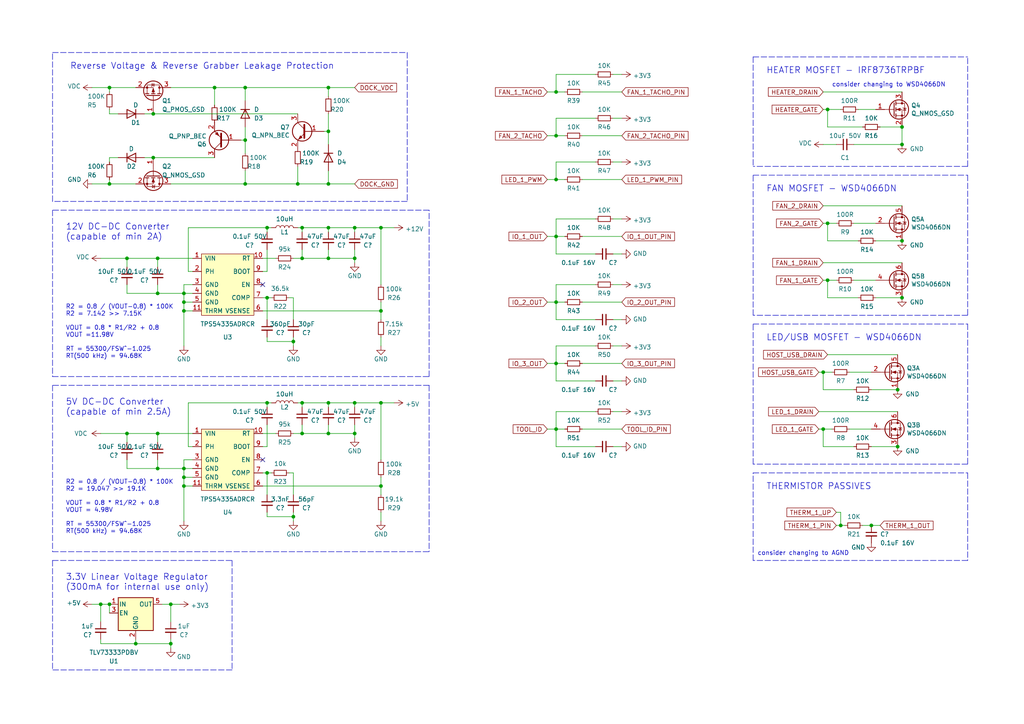
<source format=kicad_sch>
(kicad_sch (version 20231120) (generator "eeschema") (generator_version "8.0")
  (paper "A4")
  (title_block (title "Power Management & Control") (date "2021-10-17") (rev "0.0") (company "VORTAC DESIGN") (comment 1 "!! wip untested revesion !!") (comment 2 "Designed to be used with Klipper Firmware") (comment 3 "Canbus Networked Smart Tool Board") (comment 4 "-- VORTAC PCB --"))
  (junction (at 87.63 74.93))
  (junction (at 102.87 74.93))
  (junction (at 85.09 149.86))
  (junction (at 161.29 26.67))
  (junction (at 261.62 41.91))
  (junction (at 53.34 138.43))
  (junction (at 31.75 175.26))
  (junction (at 77.47 86.36))
  (junction (at 102.87 66.04))
  (junction (at 161.29 87.63))
  (junction (at 261.62 36.83))
  (junction (at 161.29 39.37))
  (junction (at 110.49 140.97))
  (junction (at 261.62 86.36))
  (junction (at 49.53 186.69))
  (junction (at 53.34 135.89))
  (junction (at 87.63 116.84))
  (junction (at 71.12 25.4))
  (junction (at 102.87 125.73))
  (junction (at 161.29 105.41))
  (junction (at 95.25 74.93))
  (junction (at 260.35 129.54))
  (junction (at 243.84 152.4))
  (junction (at 53.34 90.17))
  (junction (at 95.25 125.73))
  (junction (at 53.34 85.09))
  (junction (at 31.75 25.4))
  (junction (at 95.25 53.34))
  (junction (at 95.25 38.1))
  (junction (at 161.29 68.58))
  (junction (at 161.29 124.46))
  (junction (at 87.63 125.73))
  (junction (at 44.45 45.72))
  (junction (at 44.45 33.02))
  (junction (at 260.35 113.03))
  (junction (at 240.03 81.28))
  (junction (at 261.62 69.85))
  (junction (at 29.21 175.26))
  (junction (at 238.76 124.46))
  (junction (at 110.49 116.84))
  (junction (at 36.83 74.93))
  (junction (at 95.25 66.04))
  (junction (at 110.49 66.04))
  (junction (at 49.53 175.26))
  (junction (at 39.37 186.69))
  (junction (at 45.72 74.93))
  (junction (at 36.83 125.73))
  (junction (at 45.72 125.73))
  (junction (at 240.03 64.77))
  (junction (at 95.25 25.4))
  (junction (at 53.34 87.63))
  (junction (at 110.49 90.17))
  (junction (at 85.09 99.06))
  (junction (at 102.87 116.84))
  (junction (at 87.63 66.04))
  (junction (at 77.47 116.84))
  (junction (at 238.76 107.95))
  (junction (at 86.36 53.34))
  (junction (at 45.72 135.89))
  (junction (at 71.12 40.64))
  (junction (at 62.23 25.4))
  (junction (at 77.47 137.16))
  (junction (at 31.75 53.34))
  (junction (at 161.29 52.07))
  (junction (at 252.73 152.4))
  (junction (at 71.12 53.34))
  (junction (at 53.34 140.97))
  (junction (at 240.03 31.75))
  (junction (at 95.25 116.84))
  (junction (at 45.72 85.09))
  (junction (at 77.47 66.04))
  (no_connect (at 76.2 133.35))
  (no_connect (at 76.2 82.55))
  (wire (pts (xy 237.49 107.95) (xy 238.76 107.95)))
  (wire (pts (xy 77.47 66.04) (xy 78.74 66.04)))
  (wire (pts (xy 31.75 26.67) (xy 31.75 25.4)))
  (wire (pts (xy 31.75 31.75) (xy 31.75 33.02)))
  (wire (pts (xy 161.29 87.63) (xy 161.29 92.71)))
  (wire (pts (xy 177.8 63.5) (xy 180.34 63.5)))
  (wire (pts (xy 240.03 31.75) (xy 240.03 36.83)))
  (wire (pts (xy 29.21 186.69) (xy 39.37 186.69)))
  (wire (pts (xy 45.72 128.27) (xy 45.72 125.73)))
  (wire (pts (xy 83.82 86.36) (xy 85.09 86.36)))
  (wire (pts (xy 110.49 143.51) (xy 110.49 140.97)))
  (wire (pts (xy 29.21 185.42) (xy 29.21 186.69)))
  (polyline (pts (xy 15.24 58.42) (xy 15.24 15.24)) (stroke (width 0) (type dash)))
  (polyline (pts (xy 15.24 15.24) (xy 118.11 15.24)) (stroke (width 0) (type dash)))
  (wire (pts (xy 161.29 124.46) (xy 158.75 124.46)))
  (wire (pts (xy 86.36 66.04) (xy 87.63 66.04)))
  (wire (pts (xy 53.34 140.97) (xy 53.34 138.43)))
  (polyline (pts (xy 218.44 137.16) (xy 280.67 137.16)) (stroke (width 0) (type dash)))
  (wire (pts (xy 45.72 82.55) (xy 45.72 85.09)))
  (wire (pts (xy 95.25 125.73) (xy 95.25 123.19)))
  (wire (pts (xy 238.76 129.54) (xy 238.76 124.46)))
  (wire (pts (xy 161.29 39.37) (xy 163.83 39.37)))
  (wire (pts (xy 177.8 34.29) (xy 180.34 34.29)))
  (wire (pts (xy 93.98 38.1) (xy 95.25 38.1)))
  (wire (pts (xy 177.8 21.59) (xy 180.34 21.59)))
  (wire (pts (xy 36.83 128.27) (xy 36.83 125.73)))
  (wire (pts (xy 34.29 45.72) (xy 31.75 45.72)))
  (wire (pts (xy 102.87 76.2) (xy 102.87 74.93)))
  (wire (pts (xy 31.75 53.34) (xy 39.37 53.34)))
  (wire (pts (xy 177.8 100.33) (xy 180.34 100.33)))
  (wire (pts (xy 243.84 148.59) (xy 242.57 148.59)))
  (wire (pts (xy 55.88 138.43) (xy 53.34 138.43)))
  (wire (pts (xy 77.47 116.84) (xy 78.74 116.84)))
  (wire (pts (xy 85.09 137.16) (xy 85.09 143.51)))
  (wire (pts (xy 110.49 151.13) (xy 110.49 148.59)))
  (wire (pts (xy 55.88 140.97) (xy 53.34 140.97)))
  (wire (pts (xy 240.03 69.85) (xy 248.92 69.85)))
  (wire (pts (xy 53.34 90.17) (xy 53.34 87.63)))
  (wire (pts (xy 45.72 85.09) (xy 53.34 85.09)))
  (wire (pts (xy 247.65 81.28) (xy 254 81.28)))
  (wire (pts (xy 77.47 86.36) (xy 77.47 92.71)))
  (polyline (pts (xy 118.11 58.42) (xy 15.24 58.42)) (stroke (width 0) (type dash)))
  (wire (pts (xy 102.87 66.04) (xy 110.49 66.04)))
  (wire (pts (xy 110.49 116.84) (xy 110.49 133.35)))
  (wire (pts (xy 71.12 53.34) (xy 86.36 53.34)))
  (wire (pts (xy 177.8 46.99) (xy 180.34 46.99)))
  (wire (pts (xy 161.29 87.63) (xy 158.75 87.63)))
  (wire (pts (xy 36.83 135.89) (xy 45.72 135.89)))
  (wire (pts (xy 77.47 148.59) (xy 77.47 149.86)))
  (wire (pts (xy 102.87 66.04) (xy 102.87 67.31)))
  (wire (pts (xy 53.34 90.17) (xy 53.34 100.33)))
  (wire (pts (xy 240.03 36.83) (xy 250.19 36.83)))
  (wire (pts (xy 49.53 186.69) (xy 49.53 185.42)))
  (polyline (pts (xy 15.24 160.02) (xy 124.46 160.02)) (stroke (width 0) (type dash)))
  (wire (pts (xy 54.61 129.54) (xy 55.88 129.54)))
  (wire (pts (xy 102.87 123.19) (xy 102.87 125.73)))
  (wire (pts (xy 76.2 129.54) (xy 77.47 129.54)))
  (wire (pts (xy 161.29 39.37) (xy 158.75 39.37)))
  (wire (pts (xy 161.29 21.59) (xy 161.29 26.67)))
  (wire (pts (xy 45.72 133.35) (xy 45.72 135.89)))
  (wire (pts (xy 77.47 97.79) (xy 77.47 99.06)))
  (wire (pts (xy 110.49 100.33) (xy 110.49 97.79)))
  (polyline (pts (xy 218.44 134.62) (xy 218.44 93.98)) (stroke (width 0) (type dash)))
  (wire (pts (xy 177.8 119.38) (xy 180.34 119.38)))
  (wire (pts (xy 240.03 64.77) (xy 242.57 64.77)))
  (wire (pts (xy 247.65 41.91) (xy 261.62 41.91)))
  (wire (pts (xy 87.63 67.31) (xy 87.63 66.04)))
  (wire (pts (xy 95.25 116.84) (xy 102.87 116.84)))
  (wire (pts (xy 39.37 186.69) (xy 49.53 186.69)))
  (wire (pts (xy 238.76 59.69) (xy 261.62 59.69)))
  (wire (pts (xy 95.25 25.4) (xy 102.87 25.4)))
  (wire (pts (xy 71.12 25.4) (xy 95.25 25.4)))
  (wire (pts (xy 31.75 53.34) (xy 26.67 53.34)))
  (wire (pts (xy 62.23 25.4) (xy 71.12 25.4)))
  (wire (pts (xy 87.63 74.93) (xy 95.25 74.93)))
  (wire (pts (xy 53.34 133.35) (xy 55.88 133.35)))
  (polyline (pts (xy 280.67 93.98) (xy 280.67 134.62)) (stroke (width 0) (type dash)))
  (wire (pts (xy 161.29 129.54) (xy 172.72 129.54)))
  (wire (pts (xy 36.83 74.93) (xy 45.72 74.93)))
  (wire (pts (xy 29.21 125.73) (xy 36.83 125.73)))
  (wire (pts (xy 168.91 105.41) (xy 180.34 105.41)))
  (wire (pts (xy 161.29 119.38) (xy 172.72 119.38)))
  (wire (pts (xy 168.91 87.63) (xy 180.34 87.63)))
  (wire (pts (xy 246.38 107.95) (xy 252.73 107.95)))
  (wire (pts (xy 85.09 74.93) (xy 87.63 74.93)))
  (wire (pts (xy 252.73 129.54) (xy 260.35 129.54)))
  (wire (pts (xy 45.72 135.89) (xy 53.34 135.89)))
  (wire (pts (xy 161.29 124.46) (xy 161.29 129.54)))
  (wire (pts (xy 161.29 92.71) (xy 172.72 92.71)))
  (wire (pts (xy 36.83 133.35) (xy 36.83 135.89)))
  (wire (pts (xy 161.29 63.5) (xy 172.72 63.5)))
  (wire (pts (xy 36.83 125.73) (xy 45.72 125.73)))
  (polyline (pts (xy 280.67 162.56) (xy 218.44 162.56)) (stroke (width 0) (type dash)))
  (wire (pts (xy 85.09 86.36) (xy 85.09 92.71)))
  (wire (pts (xy 238.76 64.77) (xy 240.03 64.77)))
  (wire (pts (xy 76.2 90.17) (xy 110.49 90.17)))
  (wire (pts (xy 71.12 40.64) (xy 71.12 44.45)))
  (wire (pts (xy 87.63 72.39) (xy 87.63 74.93)))
  (polyline (pts (xy 218.44 50.8) (xy 280.67 50.8)) (stroke (width 0) (type dash)))
  (wire (pts (xy 168.91 124.46) (xy 180.34 124.46)))
  (polyline (pts (xy 67.31 194.31) (xy 15.24 194.31)) (stroke (width 0) (type dash)))
  (wire (pts (xy 54.61 129.54) (xy 54.61 116.84)))
  (wire (pts (xy 161.29 68.58) (xy 161.29 73.66)))
  (wire (pts (xy 86.36 53.34) (xy 95.25 53.34)))
  (wire (pts (xy 161.29 100.33) (xy 161.29 105.41)))
  (wire (pts (xy 69.85 40.64) (xy 71.12 40.64)))
  (wire (pts (xy 161.29 26.67) (xy 163.83 26.67)))
  (wire (pts (xy 161.29 100.33) (xy 172.72 100.33)))
  (wire (pts (xy 240.03 64.77) (xy 240.03 69.85)))
  (wire (pts (xy 45.72 77.47) (xy 45.72 74.93)))
  (polyline (pts (xy 280.67 137.16) (xy 280.67 162.56)) (stroke (width 0) (type dash)))
  (wire (pts (xy 83.82 137.16) (xy 85.09 137.16)))
  (wire (pts (xy 71.12 29.21) (xy 71.12 25.4)))
  (wire (pts (xy 36.83 85.09) (xy 45.72 85.09)))
  (wire (pts (xy 161.29 52.07) (xy 163.83 52.07)))
  (wire (pts (xy 53.34 82.55) (xy 55.88 82.55)))
  (wire (pts (xy 45.72 74.93) (xy 55.88 74.93)))
  (wire (pts (xy 55.88 85.09) (xy 53.34 85.09)))
  (wire (pts (xy 45.72 125.73) (xy 55.88 125.73)))
  (wire (pts (xy 243.84 152.4) (xy 243.84 148.59)))
  (wire (pts (xy 76.2 74.93) (xy 80.01 74.93)))
  (wire (pts (xy 77.47 78.74) (xy 77.47 72.39)))
  (wire (pts (xy 161.29 52.07) (xy 158.75 52.07)))
  (wire (pts (xy 177.8 82.55) (xy 180.34 82.55)))
  (wire (pts (xy 110.49 66.04) (xy 110.49 82.55)))
  (polyline (pts (xy 218.44 93.98) (xy 280.67 93.98)) (stroke (width 0) (type dash)))
  (wire (pts (xy 31.75 33.02) (xy 34.29 33.02)))
  (polyline (pts (xy 218.44 16.51) (xy 218.44 48.26)) (stroke (width 0) (type dash)))
  (wire (pts (xy 260.35 113.03) (xy 252.73 113.03)))
  (wire (pts (xy 36.83 77.47) (xy 36.83 74.93)))
  (wire (pts (xy 26.67 175.26) (xy 29.21 175.26)))
  (polyline (pts (xy 218.44 16.51) (xy 280.67 16.51)) (stroke (width 0) (type dash)))
  (wire (pts (xy 240.03 86.36) (xy 240.03 81.28)))
  (wire (pts (xy 161.29 68.58) (xy 158.75 68.58)))
  (wire (pts (xy 248.92 86.36) (xy 240.03 86.36)))
  (wire (pts (xy 77.47 118.11) (xy 77.47 116.84)))
  (wire (pts (xy 86.36 116.84) (xy 87.63 116.84)))
  (polyline (pts (xy 124.46 111.76) (xy 124.46 160.02)) (stroke (width 0) (type dash)))
  (wire (pts (xy 110.49 140.97) (xy 110.49 138.43)))
  (wire (pts (xy 161.29 26.67) (xy 158.75 26.67)))
  (wire (pts (xy 247.65 129.54) (xy 238.76 129.54)))
  (polyline (pts (xy 15.24 162.56) (xy 67.31 162.56)) (stroke (width 0) (type dash)))
  (wire (pts (xy 237.49 119.38) (xy 260.35 119.38)))
  (wire (pts (xy 238.76 81.28) (xy 240.03 81.28)))
  (wire (pts (xy 49.53 186.69) (xy 49.53 187.96)))
  (wire (pts (xy 161.29 110.49) (xy 172.72 110.49)))
  (polyline (pts (xy 15.24 60.96) (xy 15.24 109.22)) (stroke (width 0) (type dash)))
  (polyline (pts (xy 124.46 109.22) (xy 124.46 60.96)) (stroke (width 0) (type dash)))
  (wire (pts (xy 76.2 137.16) (xy 77.47 137.16)))
  (wire (pts (xy 44.45 33.02) (xy 86.36 33.02)))
  (wire (pts (xy 110.49 92.71) (xy 110.49 90.17)))
  (wire (pts (xy 53.34 135.89) (xy 53.34 133.35)))
  (wire (pts (xy 242.57 152.4) (xy 243.84 152.4)))
  (wire (pts (xy 238.76 124.46) (xy 241.3 124.46)))
  (polyline (pts (xy 15.24 109.22) (xy 124.46 109.22)) (stroke (width 0) (type dash)))
  (wire (pts (xy 87.63 66.04) (xy 95.25 66.04)))
  (wire (pts (xy 41.91 45.72) (xy 44.45 45.72)))
  (wire (pts (xy 41.91 33.02) (xy 44.45 33.02)))
  (wire (pts (xy 177.8 92.71) (xy 180.34 92.71)))
  (polyline (pts (xy 124.46 60.96) (xy 15.24 60.96)) (stroke (width 0) (type dash)))
  (wire (pts (xy 161.29 119.38) (xy 161.29 124.46)))
  (wire (pts (xy 102.87 127) (xy 102.87 125.73)))
  (wire (pts (xy 161.29 105.41) (xy 158.75 105.41)))
  (wire (pts (xy 250.19 152.4) (xy 252.73 152.4)))
  (wire (pts (xy 53.34 138.43) (xy 53.34 135.89)))
  (wire (pts (xy 102.87 116.84) (xy 110.49 116.84)))
  (wire (pts (xy 62.23 25.4) (xy 62.23 30.48)))
  (wire (pts (xy 49.53 53.34) (xy 71.12 53.34)))
  (wire (pts (xy 87.63 116.84) (xy 95.25 116.84)))
  (wire (pts (xy 240.03 102.87) (xy 260.35 102.87)))
  (wire (pts (xy 110.49 90.17) (xy 110.49 87.63)))
  (wire (pts (xy 255.27 152.4) (xy 252.73 152.4)))
  (wire (pts (xy 177.8 129.54) (xy 180.34 129.54)))
  (wire (pts (xy 247.65 64.77) (xy 254 64.77)))
  (wire (pts (xy 31.75 25.4) (xy 26.67 25.4)))
  (wire (pts (xy 95.25 53.34) (xy 102.87 53.34)))
  (polyline (pts (xy 67.31 162.56) (xy 67.31 194.31)) (stroke (width 0) (type dash)))
  (polyline (pts (xy 218.44 162.56) (xy 218.44 137.16)) (stroke (width 0) (type dash)))
  (wire (pts (xy 248.92 31.75) (xy 254 31.75)))
  (wire (pts (xy 85.09 151.13) (xy 85.09 149.86)))
  (wire (pts (xy 55.88 135.89) (xy 53.34 135.89)))
  (wire (pts (xy 161.29 63.5) (xy 161.29 68.58)))
  (wire (pts (xy 95.25 66.04) (xy 102.87 66.04)))
  (wire (pts (xy 87.63 125.73) (xy 95.25 125.73)))
  (wire (pts (xy 53.34 140.97) (xy 53.34 151.13)))
  (wire (pts (xy 95.25 38.1) (xy 95.25 41.91)))
  (wire (pts (xy 85.09 148.59) (xy 85.09 149.86)))
  (wire (pts (xy 246.38 124.46) (xy 252.73 124.46)))
  (wire (pts (xy 76.2 125.73) (xy 80.01 125.73)))
  (wire (pts (xy 53.34 85.09) (xy 53.34 82.55)))
  (polyline (pts (xy 280.67 134.62) (xy 218.44 134.62)) (stroke (width 0) (type dash)))
  (wire (pts (xy 76.2 140.97) (xy 110.49 140.97)))
  (polyline (pts (xy 280.67 48.26) (xy 280.67 16.51)) (stroke (width 0) (type dash)))
  (wire (pts (xy 49.53 175.26) (xy 52.07 175.26)))
  (wire (pts (xy 161.29 82.55) (xy 172.72 82.55)))
  (wire (pts (xy 29.21 175.26) (xy 31.75 175.26)))
  (wire (pts (xy 261.62 69.85) (xy 254 69.85)))
  (wire (pts (xy 261.62 36.83) (xy 261.62 41.91)))
  (wire (pts (xy 161.29 82.55) (xy 161.29 87.63)))
  (wire (pts (xy 39.37 186.69) (xy 39.37 185.42)))
  (wire (pts (xy 54.61 78.74) (xy 55.88 78.74)))
  (wire (pts (xy 237.49 124.46) (xy 238.76 124.46)))
  (wire (pts (xy 161.29 87.63) (xy 163.83 87.63)))
  (wire (pts (xy 110.49 66.04) (xy 114.3 66.04)))
  (wire (pts (xy 161.29 46.99) (xy 172.72 46.99)))
  (wire (pts (xy 240.03 81.28) (xy 242.57 81.28)))
  (wire (pts (xy 86.36 48.26) (xy 86.36 53.34)))
  (wire (pts (xy 102.87 72.39) (xy 102.87 74.93)))
  (wire (pts (xy 102.87 74.93) (xy 95.25 74.93)))
  (wire (pts (xy 95.25 118.11) (xy 95.25 116.84)))
  (wire (pts (xy 238.76 26.67) (xy 261.62 26.67)))
  (wire (pts (xy 76.2 86.36) (xy 77.47 86.36)))
  (wire (pts (xy 71.12 49.53) (xy 71.12 53.34)))
  (wire (pts (xy 77.47 137.16) (xy 78.74 137.16)))
  (wire (pts (xy 77.47 86.36) (xy 78.74 86.36)))
  (wire (pts (xy 255.27 36.83) (xy 261.62 36.83)))
  (wire (pts (xy 161.29 105.41) (xy 161.29 110.49)))
  (wire (pts (xy 102.87 125.73) (xy 95.25 125.73)))
  (wire (pts (xy 71.12 36.83) (xy 71.12 40.64)))
  (wire (pts (xy 29.21 74.93) (xy 36.83 74.93)))
  (wire (pts (xy 238.76 107.95) (xy 241.3 107.95)))
  (wire (pts (xy 31.75 25.4) (xy 39.37 25.4)))
  (wire (pts (xy 161.29 124.46) (xy 163.83 124.46)))
  (wire (pts (xy 77.47 66.04) (xy 54.61 66.04)))
  (wire (pts (xy 87.63 118.11) (xy 87.63 116.84)))
  (wire (pts (xy 254 86.36) (xy 261.62 86.36)))
  (wire (pts (xy 238.76 107.95) (xy 238.76 113.03)))
  (polyline (pts (xy 218.44 91.44) (xy 218.44 50.8)) (stroke (width 0) (type dash)))
  (wire (pts (xy 55.88 87.63) (xy 53.34 87.63)))
  (wire (pts (xy 168.91 68.58) (xy 180.34 68.58)))
  (wire (pts (xy 95.25 49.53) (xy 95.25 53.34)))
  (wire (pts (xy 54.61 78.74) (xy 54.61 66.04)))
  (wire (pts (xy 49.53 25.4) (xy 62.23 25.4)))
  (wire (pts (xy 168.91 52.07) (xy 180.34 52.07)))
  (wire (pts (xy 77.47 149.86) (xy 85.09 149.86)))
  (wire (pts (xy 49.53 175.26) (xy 49.53 180.34)))
  (wire (pts (xy 31.75 177.8) (xy 31.75 175.26)))
  (wire (pts (xy 238.76 31.75) (xy 240.03 31.75)))
  (wire (pts (xy 85.09 100.33) (xy 85.09 99.06)))
  (polyline (pts (xy 124.46 111.76) (xy 15.24 111.76)) (stroke (width 0) (type dash)))
  (wire (pts (xy 161.29 34.29) (xy 161.29 39.37)))
  (wire (pts (xy 110.49 116.84) (xy 114.3 116.84)))
  (wire (pts (xy 161.29 68.58) (xy 163.83 68.58)))
  (wire (pts (xy 161.29 34.29) (xy 172.72 34.29)))
  (polyline (pts (xy 280.67 91.44) (xy 218.44 91.44)) (stroke (width 0) (type dash)))
  (wire (pts (xy 31.75 45.72) (xy 31.75 46.99)))
  (wire (pts (xy 168.91 39.37) (xy 180.34 39.37)))
  (wire (pts (xy 95.25 74.93) (xy 95.25 72.39)))
  (wire (pts (xy 238.76 41.91) (xy 242.57 41.91)))
  (wire (pts (xy 161.29 73.66) (xy 172.72 73.66)))
  (wire (pts (xy 85.09 97.79) (xy 85.09 99.06)))
  (wire (pts (xy 46.99 175.26) (xy 49.53 175.26)))
  (wire (pts (xy 238.76 76.2) (xy 261.62 76.2)))
  (wire (pts (xy 55.88 90.17) (xy 53.34 90.17)))
  (wire (pts (xy 53.34 87.63) (xy 53.34 85.09)))
  (wire (pts (xy 95.25 33.02) (xy 95.25 38.1)))
  (wire (pts (xy 31.75 52.07) (xy 31.75 53.34)))
  (polyline (pts (xy 15.24 162.56) (xy 15.24 194.31)) (stroke (width 0) (type dash)))
  (wire (pts (xy 77.47 129.54) (xy 77.47 123.19)))
  (wire (pts (xy 168.91 26.67) (xy 180.34 26.67)))
  (wire (pts (xy 62.23 45.72) (xy 44.45 45.72)))
  (wire (pts (xy 85.09 125.73) (xy 87.63 125.73)))
  (wire (pts (xy 87.63 123.19) (xy 87.63 125.73)))
  (wire (pts (xy 95.25 27.94) (xy 95.25 25.4)))
  (wire (pts (xy 102.87 118.11) (xy 102.87 116.84)))
  (wire (pts (xy 76.2 78.74) (xy 77.47 78.74)))
  (wire (pts (xy 77.47 67.31) (xy 77.47 66.04)))
  (polyline (pts (xy 15.24 111.76) (xy 15.24 160.02)) (stroke (width 0) (type dash)))
  (polyline (pts (xy 280.67 48.26) (xy 218.44 48.26)) (stroke (width 0) (type dash)))
  (wire (pts (xy 161.29 21.59) (xy 172.72 21.59)))
  (wire (pts (xy 77.47 99.06) (xy 85.09 99.06)))
  (wire (pts (xy 77.47 116.84) (xy 54.61 116.84)))
  (wire (pts (xy 177.8 110.49) (xy 180.34 110.49)))
  (wire (pts (xy 177.8 73.66) (xy 180.34 73.66)))
  (wire (pts (xy 240.03 31.75) (xy 243.84 31.75)))
  (wire (pts (xy 243.84 152.4) (xy 245.11 152.4)))
  (wire (pts (xy 77.47 137.16) (xy 77.47 143.51)))
  (wire (pts (xy 238.76 113.03) (xy 247.65 113.03)))
  (wire (pts (xy 29.21 175.26) (xy 29.21 180.34)))
  (polyline (pts (xy 118.11 15.24) (xy 118.11 58.42)) (stroke (width 0) (type dash)))
  (wire (pts (xy 95.25 67.31) (xy 95.25 66.04)))
  (wire (pts (xy 161.29 46.99) (xy 161.29 52.07)))
  (polyline (pts (xy 280.67 50.8) (xy 280.67 91.44)) (stroke (width 0) (type dash)))
  (wire (pts (xy 161.29 105.41) (xy 163.83 105.41)))
  (wire (pts (xy 36.83 82.55) (xy 36.83 85.09)))
  (text "THERMISTOR PASSIVES" (at 222.25 142.24 0) (effects (font (size 1.8034 1.8034)) (justify left bottom)))
  (text "12V DC-DC Converter\n(capable of min 2A)" (at 19.05 69.85 0) (effects (font (size 1.8034 1.8034)) (justify left bottom)))
  (text "Reverse Voltage & Reverse Grabber Leakage Protection" (at 20.32 20.32 0) (effects (font (size 1.8034 1.8034)) (justify left bottom)))
  (text "R2 = 0.8 / (VOUT-0.8) * 100K\nR2 = 7.142 >> 7.15K\n\nVOUT = 0.8 * R1/R2 + 0.8\nVOUT =11.98V\n\nRT = 55300/FSW^-1.025\nRT(500 kHz) = 94.68K" (at 19.05 104.14 0) (effects (font (size 1.27 1.27)) (justify left bottom)))
  (text "R2 = 0.8 / (VOUT-0.8) * 100K\nR2 = 19.047 >> 19.1K\n\nVOUT = 0.8 * R1/R2 + 0.8\nVOUT = 4.98V\n\nRT = 55300/FSW^-1.025\nRT(500 kHz) = 94.68K" (at 19.05 154.94 0) (effects (font (size 1.27 1.27)) (justify left bottom)))
  (text "5V DC-DC Converter\n(capable of min 2.5A)" (at 19.05 120.65 0) (effects (font (size 1.8034 1.8034)) (justify left bottom)))
  (text "LED/USB MOSFET - WSD4066DN" (at 222.25 99.06 0) (effects (font (size 1.8034 1.8034)) (justify left bottom)))
  (text "3.3V Linear Voltage Regulator\n(300mA for internal use only)" (at 19.05 171.45 0) (effects (font (size 1.8034 1.8034)) (justify left bottom)))
  (text "consider changing to AGND" (at 219.71 161.29 0) (effects (font (size 1.27 1.27)) (justify left bottom)))
  (text "FAN MOSFET - WSD4066DN" (at 222.25 55.88 0) (effects (font (size 1.8034 1.8034)) (justify left bottom)))
  (text "consider changing to WSD4066DN" (at 241.3 25.4 0) (effects (font (size 1.27 1.27)) (justify left bottom)))
  (text "HEATER MOSFET - IRF8736TRPBF" (at 222.25 21.59 0) (effects (font (size 1.8034 1.8034)) (justify left bottom)))
  (global_label "THERM_1_PIN" (shape input) (at 242.57 152.4 180) (property "Intersheetrefs" "${INTERSHEET_REFS}" (effects (hide yes))))
  (global_label "IO_1_OUT_PIN" (shape input) (at 180.34 68.58 0) (property "Intersheetrefs" "${INTERSHEET_REFS}" (effects (hide yes))))
  (global_label "TOOL_ID_PIN" (shape input) (at 180.34 124.46 0) (property "Intersheetrefs" "${INTERSHEET_REFS}" (effects (hide yes))))
  (global_label "FAN_2_TACHO" (shape input) (at 158.75 39.37 180) (property "Intersheetrefs" "${INTERSHEET_REFS}" (effects (hide yes))))
  (global_label "FAN_2_DRAIN" (shape input) (at 238.76 59.69 180) (property "Intersheetrefs" "${INTERSHEET_REFS}" (effects (hide yes))))
  (global_label "LED_1_GATE" (shape input) (at 237.49 124.46 180) (property "Intersheetrefs" "${INTERSHEET_REFS}" (effects (hide yes))))
  (global_label "LED_1_PWM" (shape input) (at 158.75 52.07 180) (property "Intersheetrefs" "${INTERSHEET_REFS}" (effects (hide yes))))
  (global_label "HOST_USB_DRAIN" (shape input) (at 240.03 102.87 180) (property "Intersheetrefs" "${INTERSHEET_REFS}" (effects (hide yes))))
  (global_label "IO_2_OUT_PIN" (shape input) (at 180.34 87.63 0) (property "Intersheetrefs" "${INTERSHEET_REFS}" (effects (hide yes))))
  (global_label "DOCK_GND" (shape input) (at 102.87 53.34 0) (property "Intersheetrefs" "${INTERSHEET_REFS}" (effects (hide yes))))
  (global_label "IO_3_OUT_PIN" (shape input) (at 180.34 105.41 0) (property "Intersheetrefs" "${INTERSHEET_REFS}" (effects (hide yes))))
  (global_label "THERM_1_UP" (shape input) (at 242.57 148.59 180) (property "Intersheetrefs" "${INTERSHEET_REFS}" (effects (hide yes))))
  (global_label "FAN_1_DRAIN" (shape input) (at 238.76 76.2 180) (property "Intersheetrefs" "${INTERSHEET_REFS}" (effects (hide yes))))
  (global_label "LED_1_PWM_PIN" (shape input) (at 180.34 52.07 0) (property "Intersheetrefs" "${INTERSHEET_REFS}" (effects (hide yes))))
  (global_label "FAN_2_TACHO_PIN" (shape input) (at 180.34 39.37 0) (property "Intersheetrefs" "${INTERSHEET_REFS}" (effects (hide yes))))
  (global_label "TOOL_ID" (shape input) (at 158.75 124.46 180) (property "Intersheetrefs" "${INTERSHEET_REFS}" (effects (hide yes))))
  (global_label "FAN_1_TACHO_PIN" (shape input) (at 180.34 26.67 0) (property "Intersheetrefs" "${INTERSHEET_REFS}" (effects (hide yes))))
  (global_label "HEATER_GATE" (shape input) (at 238.76 31.75 180) (property "Intersheetrefs" "${INTERSHEET_REFS}" (effects (hide yes))))
  (global_label "IO_2_OUT" (shape input) (at 158.75 87.63 180) (property "Intersheetrefs" "${INTERSHEET_REFS}" (effects (hide yes))))
  (global_label "HEATER_DRAIN" (shape input) (at 238.76 26.67 180) (property "Intersheetrefs" "${INTERSHEET_REFS}" (effects (hide yes))))
  (global_label "FAN_2_GATE" (shape input) (at 238.76 64.77 180) (property "Intersheetrefs" "${INTERSHEET_REFS}" (effects (hide yes))))
  (global_label "DOCK_VDC" (shape input) (at 102.87 25.4 0) (property "Intersheetrefs" "${INTERSHEET_REFS}" (effects (hide yes))))
  (global_label "THERM_1_OUT" (shape input) (at 255.27 152.4 0) (property "Intersheetrefs" "${INTERSHEET_REFS}" (effects (hide yes))))
  (global_label "LED_1_DRAIN" (shape input) (at 237.49 119.38 180) (property "Intersheetrefs" "${INTERSHEET_REFS}" (effects (hide yes))))
  (global_label "FAN_1_GATE" (shape input) (at 238.76 81.28 180) (property "Intersheetrefs" "${INTERSHEET_REFS}" (effects (hide yes))))
  (global_label "IO_1_OUT" (shape input) (at 158.75 68.58 180) (property "Intersheetrefs" "${INTERSHEET_REFS}" (effects (hide yes))))
  (global_label "FAN_1_TACHO" (shape input) (at 158.75 26.67 180) (property "Intersheetrefs" "${INTERSHEET_REFS}" (effects (hide yes))))
  (global_label "HOST_USB_GATE" (shape input) (at 237.49 107.95 180) (property "Intersheetrefs" "${INTERSHEET_REFS}" (effects (hide yes))))
  (global_label "IO_3_OUT" (shape input) (at 158.75 105.41 180) (property "Intersheetrefs" "${INTERSHEET_REFS}" (effects (hide yes))))
  (symbol (lib_id "Device:R_Small") (at 245.11 64.77 270) (unit 1)
    (property "Reference" "R9" (at 245.11 67.31 90))
    (property "Value" "100R" (at 245.11 62.23 90))
    (property "Footprint" "Resistor_SMD:R_0402_1005Metric" (effects (hide yes)))
  )
  (symbol (lib_id "Device:R_Small") (at 251.46 69.85 270) (unit 1)
    (property "Reference" "R14" (at 251.46 72.39 90))
    (property "Value" "10K" (at 251.46 67.31 90))
    (property "Footprint" "Resistor_SMD:R_0402_1005Metric" (effects (hide yes)))
  )
  (symbol (lib_id "VORTAC-rescue:GND-power") (at 261.62 69.85 0) (unit 1)
    (property "Reference" "#PWR014" (effects (hide yes)))
    (property "Value" "GND" (at 267.97 71.12 0) (effects (justify right)))
  )
  (symbol (lib_id "ToolChanger:WSD4066DN") (at 259.08 64.77 0) (unit 1)
    (property "Reference" "Q5" (at 264.2616 63.6016 0) (effects (justify left)))
    (property "Value" "WSD4066DN" (at 264.2616 65.913 0) (effects (justify left)))
    (property "Footprint" "ToolChanger:WSD4066DN_ThermalPad" (effects (hide yes)))
    (property "Datasheet" "https://www.lcsc.com/product-detail/MOSFETs_Winsok-Semicon-WSD4066DN_C377861.html" (effects (hide yes)))
    (property "LCSC" "C377861" (effects (hide yes)))
  )
  (symbol (lib_id "ToolChanger:WSD4066DN") (at 259.08 81.28 0) (unit 2)
    (property "Reference" "Q5" (at 264.2616 80.1116 0) (effects (justify left)))
    (property "Value" "WSD4066DN" (at 264.2616 82.423 0) (effects (justify left)))
    (property "Footprint" "ToolChanger:WSD4066DN_ThermalPad" (effects (hide yes)))
    (property "Datasheet" "https://www.lcsc.com/product-detail/MOSFETs_Winsok-Semicon-WSD4066DN_C377861.html" (effects (hide yes)))
    (property "LCSC" "C377861" (effects (hide yes)))
  )
  (symbol (lib_id "Device:R_Small") (at 245.11 81.28 270) (unit 1)
    (property "Reference" "R10" (at 245.11 83.82 90))
    (property "Value" "100R" (at 245.11 78.74 90))
    (property "Footprint" "Resistor_SMD:R_0402_1005Metric" (effects (hide yes)))
  )
  (symbol (lib_id "Device:R_Small") (at 251.46 86.36 270) (unit 1)
    (property "Reference" "R15" (at 251.46 88.9 90))
    (property "Value" "10K" (at 251.46 83.82 90))
    (property "Footprint" "Resistor_SMD:R_0402_1005Metric" (effects (hide yes)))
  )
  (symbol (lib_id "VORTAC-rescue:GND-power") (at 261.62 86.36 0) (unit 1)
    (property "Reference" "#PWR015" (effects (hide yes)))
    (property "Value" "GND" (at 267.97 87.63 0) (effects (justify right)))
  )
  (symbol (lib_id "ToolChanger:WSD4066DN") (at 257.81 124.46 0) (unit 2)
    (property "Reference" "Q3" (at 262.9916 123.2916 0) (effects (justify left)))
    (property "Value" "WSD4066DN" (at 262.9916 125.603 0) (effects (justify left)))
    (property "Footprint" "ToolChanger:WSD4066DN_ThermalPad" (effects (hide yes)))
    (property "Datasheet" "https://www.lcsc.com/product-detail/MOSFETs_Winsok-Semicon-WSD4066DN_C377861.html" (effects (hide yes)))
    (property "LCSC" "C377861" (effects (hide yes)))
  )
  (symbol (lib_id "VORTAC-rescue:GND-power") (at 260.35 113.03 0) (unit 1)
    (property "Reference" "#PWR011" (effects (hide yes)))
    (property "Value" "GND" (at 266.7 114.3 0) (effects (justify right)))
  )
  (symbol (lib_id "Device:R_Small") (at 250.19 113.03 270) (unit 1)
    (property "Reference" "R12" (at 250.19 115.57 90))
    (property "Value" "10K" (at 250.19 110.49 90))
    (property "Footprint" "Resistor_SMD:R_0402_1005Metric" (effects (hide yes)))
  )
  (symbol (lib_id "ToolChanger:WSD4066DN") (at 257.81 107.95 0) (unit 1)
    (property "Reference" "Q3" (at 262.9916 106.7816 0) (effects (justify left)))
    (property "Value" "WSD4066DN" (at 262.9916 109.093 0) (effects (justify left)))
    (property "Footprint" "ToolChanger:WSD4066DN_ThermalPad" (effects (hide yes)))
    (property "Datasheet" "https://www.lcsc.com/product-detail/MOSFETs_Winsok-Semicon-WSD4066DN_C377861.html" (effects (hide yes)))
    (property "LCSC" "C377861" (effects (hide yes)))
  )
  (symbol (lib_id "Device:R_Small") (at 243.84 107.95 270) (unit 1)
    (property "Reference" "R7" (at 243.84 110.49 90))
    (property "Value" "100R" (at 243.84 105.41 90))
    (property "Footprint" "Resistor_SMD:R_0402_1005Metric" (effects (hide yes)))
  )
  (symbol (lib_id "Device:R_Small") (at 243.84 124.46 270) (unit 1)
    (property "Reference" "R8" (at 243.84 127 90))
    (property "Value" "100R" (at 243.84 121.92 90))
    (property "Footprint" "Resistor_SMD:R_0402_1005Metric" (effects (hide yes)))
  )
  (symbol (lib_id "Device:R_Small") (at 250.19 129.54 270) (unit 1)
    (property "Reference" "R13" (at 250.19 132.08 90))
    (property "Value" "10K" (at 250.19 127 90))
    (property "Footprint" "Resistor_SMD:R_0402_1005Metric" (effects (hide yes)))
  )
  (symbol (lib_id "VORTAC-rescue:GND-power") (at 260.35 129.54 0) (unit 1)
    (property "Reference" "#PWR012" (effects (hide yes)))
    (property "Value" "GND" (at 266.7 130.81 0) (effects (justify right)))
  )
  (symbol (lib_id "Device:Q_NPN_BEC") (at 88.9 38.1 0) (mirror y) (unit 1)
    (property "Reference" "Q7" (at 84.0486 36.9316 0) (effects (justify left)))
    (property "Value" "Q_NPN_BEC" (at 84.0486 39.243 0) (effects (justify left)))
    (property "Footprint" "Package_TO_SOT_SMD:SOT-23" (effects (hide yes)))
    (property "Datasheet" "https://lcsc.com/product-detail/Bipolar-Transistors-BJT_Changjiang-Electronics-Tech-CJ-SS8050_C2150.html" (effects (hide yes)))
    (property "LCSC" "C2150" (effects (hide yes)))
  )
  (symbol (lib_id "Device:Q_PNP_BEC") (at 64.77 40.64 180) (unit 1)
    (property "Reference" "Q6" (at 59.944 41.8084 0) (effects (justify left)))
    (property "Value" "Q_PNP_BEC" (at 59.944 39.497 0) (effects (justify left)))
    (property "Footprint" "Package_TO_SOT_SMD:SOT-23" (effects (hide yes)))
    (property "Datasheet" "https://lcsc.com/product-detail/Bipolar-Transistors-BJT_Changjiang-Electronics-Tech-CJ-SS8550-Y2_C8542.html" (effects (hide yes)))
    (property "LCSC" "C8542" (effects (hide yes)))
  )
  (symbol (lib_id "Device:Q_PMOS_GSD") (at 44.45 27.94 270) (mirror x) (unit 1)
    (property "Reference" "Q1" (at 46.99 29.21 90) (effects (justify left)))
    (property "Value" "Q_PMOS_GSD" (at 46.99 31.75 90) (effects (justify left)))
    (property "Footprint" "ToolChanger:IRF9310PbF-1_SO-8_ThermalPad" (effects (hide yes)))
    (property "Datasheet" "https://www.lcsc.com/product-detail/MOSFETs_Infineon-Technologies-IRF9310TRPBF_C92305.html" (effects (hide yes)))
    (property "LCSC" "C92305" (effects (hide yes)))
  )
  (symbol (lib_id "Device:Q_NMOS_GSD") (at 44.45 50.8 270) (unit 1)
    (property "Reference" "Q2" (at 46.99 48.26 90) (effects (justify left)))
    (property "Value" "Q_NMOS_GSD" (at 46.99 50.8 90) (effects (justify left)))
    (property "Footprint" "ToolChanger:IRF9310PbF-1_SO-8_ThermalPad" (effects (hide yes)))
    (property "Datasheet" "https://www.lcsc.com/product-detail/MOSFETs_Infineon-Technologies-IRF8736TRPBF_C51630.html" (effects (hide yes)))
    (property "LCSC" "C51630" (effects (hide yes)))
  )
  (symbol (lib_id "Device:R_Small") (at 31.75 29.21 0) (unit 1)
    (property "Reference" "R5" (at 26.67 30.48 0))
    (property "Value" "100K" (at 27.94 27.94 0))
    (property "Footprint" "Resistor_SMD:R_0402_1005Metric" (effects (hide yes)))
  )
  (symbol (lib_id "Device:R_Small") (at 31.75 49.53 0) (unit 1)
    (property "Reference" "R6" (at 26.67 50.8 0))
    (property "Value" "100K" (at 27.94 48.26 0))
    (property "Footprint" "Resistor_SMD:R_0402_1005Metric" (effects (hide yes)))
  )
  (symbol (lib_id "Device:R_Small") (at 62.23 33.02 0) (unit 1)
    (property "Reference" "R17" (at 64.77 34.29 0))
    (property "Value" "100K" (at 66.04 31.75 0))
    (property "Footprint" "Resistor_SMD:R_0402_1005Metric" (effects (hide yes)))
  )
  (symbol (lib_id "Device:R_Small") (at 86.36 45.72 0) (unit 1)
    (property "Reference" "R19" (at 88.9 46.99 0))
    (property "Value" "100K" (at 90.17 44.45 0))
    (property "Footprint" "Resistor_SMD:R_0402_1005Metric" (effects (hide yes)))
  )
  (symbol (lib_id "Device:R_Small") (at 95.25 30.48 0) (unit 1)
    (property "Reference" "R20" (at 97.79 31.75 0))
    (property "Value" "100K" (at 99.06 29.21 0))
    (property "Footprint" "Resistor_SMD:R_0402_1005Metric" (effects (hide yes)))
  )
  (symbol (lib_id "Device:R_Small") (at 71.12 46.99 0) (unit 1)
    (property "Reference" "R18" (at 73.66 48.26 0))
    (property "Value" "100K" (at 74.93 45.72 0))
    (property "Footprint" "Resistor_SMD:R_0402_1005Metric" (effects (hide yes)))
  )
  (symbol (lib_id "Device:Q_NMOS_GSD") (at 259.08 31.75 0) (unit 1)
    (property "Reference" "Q4" (at 264.2616 30.5816 0) (effects (justify left)))
    (property "Value" "Q_NMOS_GSD" (at 264.2616 32.893 0) (effects (justify left)))
    (property "Footprint" "ToolChanger:IRF9310PbF-1_SO-8_ThermalPad" (effects (hide yes)))
    (property "Datasheet" "https://www.lcsc.com/product-detail/MOSFETs_Infineon-Technologies-IRF8736TRPBF_C51630.html" (effects (hide yes)))
    (property "LCSC" "C51630" (effects (hide yes)))
  )
  (symbol (lib_id "VORTAC-rescue:GND-power") (at 252.73 157.48 0) (unit 1)
    (property "Reference" "#PWR?" (effects (hide yes)))
    (property "Value" "GND" (at 248.92 158.75 0))
    (instances (project "VORTAC" (path "" (reference "#PWR?") (unit 1)) (path "" (reference "#PWR016") (unit 1))))
  )
  (symbol (lib_id "Device:C_Small") (at 252.73 154.94 0) (unit 1)
    (property "Reference" "C?" (at 255.27 154.94 0) (effects (justify left)))
    (property "Value" "0.1uF 16V" (at 255.27 157.48 0) (effects (justify left)))
    (property "Footprint" "Capacitor_SMD:C_0402_1005Metric" (effects (hide yes)))
    (property "Datasheet" "https://www.lcsc.com/product-detail/Multilayer-Ceramic-Capacitors-MLCC-SMD-SMT_Samsung-Electro-Mechanics-CL05B104KO5NNNC_C1525.html" (effects (hide yes)))
    (property "LCSC" "C1525" (effects (hide yes)))
    (instances (project "VORTAC" (path "" (reference "C?") (unit 1)) (path "" (reference "C2") (unit 1))))
  )
  (symbol (lib_id "Device:R_Small") (at 247.65 152.4 270) (unit 1)
    (property "Reference" "R21" (at 247.65 154.94 90))
    (property "Value" "10K" (at 247.65 149.86 90))
    (property "Footprint" "Resistor_SMD:R_0402_1005Metric" (effects (hide yes)))
    (instances (project "VORTAC" (path "" (reference "R21") (unit 1)) (path "" (reference "R?") (unit 1))))
  )
  (symbol (lib_id "Device:R_Small") (at 246.38 31.75 270) (unit 1)
    (property "Reference" "R11" (at 246.38 34.29 90))
    (property "Value" "100R" (at 246.38 29.21 90))
    (property "Footprint" "Resistor_SMD:R_0402_1005Metric" (effects (hide yes)))
  )
  (symbol (lib_id "Device:R_Small") (at 252.73 36.83 270) (unit 1)
    (property "Reference" "R16" (at 252.73 39.37 90))
    (property "Value" "10K" (at 252.73 34.29 90))
    (property "Footprint" "Resistor_SMD:R_0402_1005Metric" (effects (hide yes)))
  )
  (symbol (lib_id "VORTAC-rescue:GND-power") (at 261.62 41.91 0) (unit 1)
    (property "Reference" "#PWR013" (effects (hide yes)))
    (property "Value" "GND" (at 267.97 43.18 0) (effects (justify right)))
  )
  (symbol (lib_id "VORTAC-rescue:GND-power") (at 26.67 53.34 270) (unit 1)
    (property "Reference" "#PWR010" (effects (hide yes)))
    (property "Value" "GND" (at 21.59 52.07 90))
  )
  (symbol (lib_id "Device:C_Small") (at 245.11 41.91 90) (unit 1)
    (property "Reference" "C1" (at 245.11 45.72 90))
    (property "Value" "10uF 50V" (at 245.11 39.37 90))
    (property "Footprint" "Capacitor_SMD:C_1206_3216Metric" (effects (hide yes)))
    (property "Datasheet" "https://www.lcsc.com/product-detail/Multilayer-Ceramic-Capacitors-MLCC-SMD-SMT_Samsung-Electro-Mechanics-CL31B106KBHNNNE_C89632.html" (effects (hide yes)))
    (property "LCSC" "C89632" (effects (hide yes)))
  )
  (symbol (lib_id "Device:D") (at 38.1 33.02 180) (unit 1)
    (property "Reference" "D1" (at 39.37 35.56 0))
    (property "Value" "D" (at 39.37 30.48 0))
    (property "Footprint" "Diode_SMD:D_SOD-923" (effects (hide yes)))
  )
  (symbol (lib_id "Device:D") (at 38.1 45.72 0) (unit 1)
    (property "Reference" "D2" (at 38.1 48.26 0))
    (property "Value" "D" (at 38.1 43.18 0))
    (property "Footprint" "Diode_SMD:D_SOD-923" (effects (hide yes)))
  )
  (symbol (lib_id "Device:D") (at 95.25 45.72 270) (unit 1)
    (property "Reference" "D4" (at 97.79 46.99 90) (effects (justify left)))
    (property "Value" "D" (at 97.79 44.45 90) (effects (justify left)))
    (property "Footprint" "Diode_SMD:D_SOD-923" (effects (hide yes)))
  )
  (symbol (lib_id "Device:D") (at 71.12 33.02 270) (unit 1)
    (property "Reference" "D3" (at 73.66 34.29 90) (effects (justify left)))
    (property "Value" "D" (at 73.66 31.75 90) (effects (justify left)))
    (property "Footprint" "Diode_SMD:D_SOD-923" (effects (hide yes)))
  )
  (symbol (lib_id "VORTAC-rescue:+3.3V-power") (at 180.34 21.59 270) (unit 1)
    (property "Reference" "#PWR0148" (effects (hide yes)))
    (property "Value" "+3V3" (at 183.5912 21.971 90) (effects (justify left)))
  )
  (symbol (lib_id "Device:R_Small") (at 166.37 26.67 270) (unit 1)
    (property "Reference" "R39" (at 166.37 29.21 90))
    (property "Value" "10K" (at 166.37 24.13 90))
    (property "Footprint" "Resistor_SMD:R_0402_1005Metric" (effects (hide yes)))
  )
  (symbol (lib_id "Device:R_Small") (at 175.26 21.59 270) (unit 1)
    (property "Reference" "R45" (at 175.26 24.13 90))
    (property "Value" "10K" (at 175.26 19.05 90))
    (property "Footprint" "Resistor_SMD:R_0402_1005Metric" (effects (hide yes)))
  )
  (symbol (lib_id "VORTAC-rescue:+3.3V-power") (at 180.34 34.29 270) (unit 1)
    (property "Reference" "#PWR0164" (effects (hide yes)))
    (property "Value" "+3V3" (at 183.5912 34.671 90) (effects (justify left)))
  )
  (symbol (lib_id "Device:R_Small") (at 166.37 39.37 270) (unit 1)
    (property "Reference" "R40" (at 166.37 41.91 90))
    (property "Value" "10K" (at 166.37 36.83 90))
    (property "Footprint" "Resistor_SMD:R_0402_1005Metric" (effects (hide yes)))
  )
  (symbol (lib_id "Device:R_Small") (at 175.26 34.29 270) (unit 1)
    (property "Reference" "R46" (at 175.26 36.83 90))
    (property "Value" "10K" (at 175.26 31.75 90))
    (property "Footprint" "Resistor_SMD:R_0402_1005Metric" (effects (hide yes)))
  )
  (symbol (lib_id "VORTAC-rescue:+3.3V-power") (at 180.34 46.99 270) (unit 1)
    (property "Reference" "#PWR0165" (effects (hide yes)))
    (property "Value" "+3V3" (at 183.5912 47.371 90) (effects (justify left)))
  )
  (symbol (lib_id "Device:R_Small") (at 166.37 52.07 270) (unit 1)
    (property "Reference" "R41" (at 166.37 54.61 90))
    (property "Value" "10K" (at 166.37 49.53 90))
    (property "Footprint" "Resistor_SMD:R_0402_1005Metric" (effects (hide yes)))
  )
  (symbol (lib_id "Device:R_Small") (at 175.26 46.99 270) (unit 1)
    (property "Reference" "R47" (at 175.26 49.53 90))
    (property "Value" "10K" (at 175.26 44.45 90))
    (property "Footprint" "Resistor_SMD:R_0402_1005Metric" (effects (hide yes)))
  )
  (symbol (lib_id "VORTAC-rescue:+3.3V-power") (at 180.34 63.5 270) (unit 1)
    (property "Reference" "#PWR0166" (effects (hide yes)))
    (property "Value" "+3V3" (at 183.5912 63.881 90) (effects (justify left)))
  )
  (symbol (lib_id "Device:R_Small") (at 166.37 68.58 270) (unit 1)
    (property "Reference" "R42" (at 166.37 71.12 90))
    (property "Value" "10K" (at 166.37 66.04 90))
    (property "Footprint" "Resistor_SMD:R_0402_1005Metric" (effects (hide yes)))
  )
  (symbol (lib_id "Device:R_Small") (at 175.26 63.5 270) (unit 1)
    (property "Reference" "R48" (at 175.26 66.04 90))
    (property "Value" "10K" (at 175.26 60.96 90))
    (property "Footprint" "Resistor_SMD:R_0402_1005Metric" (effects (hide yes)))
  )
  (symbol (lib_id "Device:C_Small") (at 175.26 73.66 270) (unit 1)
    (property "Reference" "C?" (at 179.07 76.2 90) (effects (justify right)))
    (property "Value" "0.1uF 16V" (at 172.72 76.2 90) (effects (justify right)))
    (property "Footprint" "Capacitor_SMD:C_0402_1005Metric" (effects (hide yes)))
    (property "Datasheet" "https://www.lcsc.com/product-detail/Multilayer-Ceramic-Capacitors-MLCC-SMD-SMT_Samsung-Electro-Mechanics-CL05B104KO5NNNC_C1525.html" (effects (hide yes)))
    (property "LCSC" "C1525" (effects (hide yes)))
    (instances (project "VORTAC" (path "" (reference "C?") (unit 1)) (path "" (reference "C46") (unit 1))))
  )
  (symbol (lib_id "VORTAC-rescue:GND-power") (at 180.34 73.66 90) (unit 1)
    (property "Reference" "#PWR0167" (effects (hide yes)))
    (property "Value" "GND" (at 183.5912 73.533 90) (effects (justify right)))
  )
  (symbol (lib_id "Device:R_Small") (at 166.37 87.63 270) (unit 1)
    (property "Reference" "R43" (at 166.37 90.17 90))
    (property "Value" "10K" (at 166.37 85.09 90))
    (property "Footprint" "Resistor_SMD:R_0402_1005Metric" (effects (hide yes)))
  )
  (symbol (lib_id "Device:R_Small") (at 175.26 82.55 270) (unit 1)
    (property "Reference" "R49" (at 175.26 85.09 90))
    (property "Value" "10K" (at 175.26 80.01 90))
    (property "Footprint" "Resistor_SMD:R_0402_1005Metric" (effects (hide yes)))
  )
  (symbol (lib_id "VORTAC-rescue:+3.3V-power") (at 180.34 82.55 270) (unit 1)
    (property "Reference" "#PWR0168" (effects (hide yes)))
    (property "Value" "+3V3" (at 183.5912 82.931 90) (effects (justify left)))
  )
  (symbol (lib_id "Device:C_Small") (at 175.26 92.71 270) (unit 1)
    (property "Reference" "C?" (at 179.07 95.25 90) (effects (justify right)))
    (property "Value" "0.1uF 16V" (at 172.72 95.25 90) (effects (justify right)))
    (property "Footprint" "Capacitor_SMD:C_0402_1005Metric" (effects (hide yes)))
    (property "Datasheet" "https://www.lcsc.com/product-detail/Multilayer-Ceramic-Capacitors-MLCC-SMD-SMT_Samsung-Electro-Mechanics-CL05B104KO5NNNC_C1525.html" (effects (hide yes)))
    (property "LCSC" "C1525" (effects (hide yes)))
    (instances (project "VORTAC" (path "" (reference "C?") (unit 1)) (path "" (reference "C47") (unit 1))))
  )
  (symbol (lib_id "VORTAC-rescue:GND-power") (at 180.34 92.71 90) (unit 1)
    (property "Reference" "#PWR0169" (effects (hide yes)))
    (property "Value" "GND" (at 183.5912 92.583 90) (effects (justify right)))
  )
  (symbol (lib_id "Device:R_Small") (at 166.37 105.41 270) (unit 1)
    (property "Reference" "R44" (at 166.37 107.95 90))
    (property "Value" "10K" (at 166.37 102.87 90))
    (property "Footprint" "Resistor_SMD:R_0402_1005Metric" (effects (hide yes)))
  )
  (symbol (lib_id "Device:R_Small") (at 175.26 100.33 270) (unit 1)
    (property "Reference" "R50" (at 175.26 102.87 90))
    (property "Value" "10K" (at 175.26 97.79 90))
    (property "Footprint" "Resistor_SMD:R_0402_1005Metric" (effects (hide yes)))
  )
  (symbol (lib_id "VORTAC-rescue:+3.3V-power") (at 180.34 100.33 270) (unit 1)
    (property "Reference" "#PWR0170" (effects (hide yes)))
    (property "Value" "+3V3" (at 183.5912 100.711 90) (effects (justify left)))
  )
  (symbol (lib_id "Device:C_Small") (at 175.26 110.49 270) (unit 1)
    (property "Reference" "C?" (at 179.07 113.03 90) (effects (justify right)))
    (property "Value" "0.1uF 16V" (at 172.72 113.03 90) (effects (justify right)))
    (property "Footprint" "Capacitor_SMD:C_0402_1005Metric" (effects (hide yes)))
    (property "Datasheet" "https://www.lcsc.com/product-detail/Multilayer-Ceramic-Capacitors-MLCC-SMD-SMT_Samsung-Electro-Mechanics-CL05B104KO5NNNC_C1525.html" (effects (hide yes)))
    (property "LCSC" "C1525" (effects (hide yes)))
    (instances (project "VORTAC" (path "" (reference "C?") (unit 1)) (path "" (reference "C48") (unit 1))))
  )
  (symbol (lib_id "VORTAC-rescue:GND-power") (at 180.34 110.49 90) (unit 1)
    (property "Reference" "#PWR0171" (effects (hide yes)))
    (property "Value" "GND" (at 183.5912 110.363 90) (effects (justify right)))
  )
  (symbol (lib_id "Device:R_Small") (at 166.37 124.46 270) (unit 1)
    (property "Reference" "R51" (at 166.37 127 90))
    (property "Value" "10K" (at 166.37 121.92 90))
    (property "Footprint" "Resistor_SMD:R_0402_1005Metric" (effects (hide yes)))
  )
  (symbol (lib_id "Device:R_Small") (at 175.26 119.38 270) (unit 1)
    (property "Reference" "R52" (at 175.26 121.92 90))
    (property "Value" "10K" (at 175.26 116.84 90))
    (property "Footprint" "Resistor_SMD:R_0402_1005Metric" (effects (hide yes)))
  )
  (symbol (lib_id "VORTAC-rescue:+3.3V-power") (at 180.34 119.38 270) (unit 1)
    (property "Reference" "#PWR0172" (effects (hide yes)))
    (property "Value" "+3V3" (at 183.5912 119.761 90) (effects (justify left)))
  )
  (symbol (lib_id "Device:C_Small") (at 175.26 129.54 270) (unit 1)
    (property "Reference" "C?" (at 179.07 132.08 90) (effects (justify right)))
    (property "Value" "0.1uF 16V" (at 172.72 132.08 90) (effects (justify right)))
    (property "Footprint" "Capacitor_SMD:C_0402_1005Metric" (effects (hide yes)))
    (property "Datasheet" "https://www.lcsc.com/product-detail/Multilayer-Ceramic-Capacitors-MLCC-SMD-SMT_Samsung-Electro-Mechanics-CL05B104KO5NNNC_C1525.html" (effects (hide yes)))
    (property "LCSC" "C1525" (effects (hide yes)))
    (instances (project "VORTAC" (path "" (reference "C?") (unit 1)) (path "" (reference "C49") (unit 1))))
  )
  (symbol (lib_id "VORTAC-rescue:GND-power") (at 180.34 129.54 90) (unit 1)
    (property "Reference" "#PWR0173" (effects (hide yes)))
    (property "Value" "GND" (at 183.5912 129.413 90) (effects (justify right)))
  )
  (symbol (lib_id "VORTAC-rescue:VDC-power") (at 238.76 41.91 90) (unit 1)
    (property "Reference" "#PWR0140" (effects (hide yes)))
    (property "Value" "VDC" (at 235.5342 41.529 90) (effects (justify left)))
  )
  (symbol (lib_id "VORTAC-rescue:VDC-power") (at 26.67 25.4 90) (unit 1)
    (property "Reference" "#PWR0141" (effects (hide yes)))
    (property "Value" "VDC" (at 23.4442 25.019 90) (effects (justify left)))
  )
  (symbol (lib_id "VORTAC-rescue:VDC-power") (at 29.21 74.93 90) (unit 1)
    (property "Reference" "#PWR0142" (effects (hide yes)))
    (property "Value" "VDC" (at 25.9842 74.549 90) (effects (justify left)))
  )
  (symbol (lib_id "VORTAC-rescue:VDC-power") (at 29.21 125.73 90) (unit 1)
    (property "Reference" "#PWR0143" (effects (hide yes)))
    (property "Value" "VDC" (at 25.4 125.73 90) (effects (justify left)))
  )
  (symbol (lib_id "VORTAC-rescue:+5V-power") (at 26.67 175.26 90) (unit 1)
    (property "Reference" "#PWR0144" (effects (hide yes)))
    (property "Value" "+5V" (at 23.4188 174.879 90) (effects (justify left)))
  )
  (symbol (lib_id "VORTAC-rescue:+3.3V-power") (at 52.07 175.26 270) (unit 1)
    (property "Reference" "#PWR0145" (effects (hide yes)))
    (property "Value" "+3V3" (at 55.3212 175.641 90) (effects (justify left)))
  )
  (symbol (lib_id "VORTAC-rescue:+5V-power") (at 114.3 116.84 270) (unit 1)
    (property "Reference" "#PWR0146" (effects (hide yes)))
    (property "Value" "+5V" (at 117.5512 117.221 90) (effects (justify left)))
  )
  (symbol (lib_id "VORTAC-rescue:+12V-power") (at 114.3 66.04 270) (unit 1)
    (property "Reference" "#PWR0147" (effects (hide yes)))
    (property "Value" "+12V" (at 117.5512 66.421 90) (effects (justify left)))
  )
  (symbol (lib_id "Device:R_Small") (at 82.55 74.93 270) (unit 1)
    (property "Reference" "R24" (at 82.55 77.47 90))
    (property "Value" "95k" (at 82.55 72.263 90))
    (property "Footprint" "Resistor_SMD:R_0402_1005Metric" (effects (hide yes)))
    (instances (project "VORTAC" (path "" (reference "R24") (unit 1)) (path "" (reference "R?") (unit 1))))
  )
  (symbol (lib_id "Device:C_Small") (at 77.47 69.85 0) (unit 1)
    (property "Reference" "C?" (at 72.39 71.12 0))
    (property "Value" "0.1uF 50V" (at 72.39 68.58 0))
    (property "Footprint" "Capacitor_SMD:C_0603_1608Metric" (effects (hide yes)))
    (property "Datasheet" "https://www.lcsc.com/product-detail/Multilayer-Ceramic-Capacitors-MLCC-SMD-SMT_Samsung-Electro-Mechanics-CL10B104KB8NNNC_C1591.html" (effects (hide yes)))
    (property "LCSC" "C1591" (effects (hide yes)))
    (instances (project "VORTAC" (path "" (reference "C?") (unit 1)) (path "" (reference "C9") (unit 1))))
  )
  (symbol (lib_id "VORTAC-rescue:GND-power") (at 53.34 100.33 0) (unit 1)
    (property "Reference" "#PWR?" (effects (hide yes)))
    (property "Value" "GND" (at 53.34 104.14 0))
    (instances (project "VORTAC" (path "" (reference "#PWR?") (unit 1)) (path "" (reference "#PWR0101") (unit 1))))
  )
  (symbol (lib_id "Device:R_Small") (at 81.28 86.36 270) (unit 1)
    (property "Reference" "R22" (at 81.28 88.9 90))
    (property "Value" "36.5k" (at 81.28 83.693 90))
    (property "Footprint" "Resistor_SMD:R_0402_1005Metric" (effects (hide yes)))
    (instances (project "VORTAC" (path "" (reference "R22") (unit 1)) (path "" (reference "R?") (unit 1))))
  )
  (symbol (lib_id "Device:C_Small") (at 77.47 95.25 0) (unit 1)
    (property "Reference" "C?" (at 81.28 96.52 0))
    (property "Value" "360pF" (at 81.28 93.98 0))
    (property "Footprint" "Capacitor_SMD:C_0603_1608Metric" (effects (hide yes)))
    (property "Datasheet" "https://www.lcsc.com/product-detail/Multilayer-Ceramic-Capacitors-MLCC-SMD-SMT_Walsin-Tech-Corp-0603N361G500CT_C458904.html" (effects (hide yes)))
    (property "LCSC" "C458904" (effects (hide yes)))
    (instances (project "VORTAC" (path "" (reference "C?") (unit 1)) (path "" (reference "C10") (unit 1))))
  )
  (symbol (lib_id "Device:C_Small") (at 85.09 95.25 0) (unit 1)
    (property "Reference" "C?" (at 88.9 96.52 0))
    (property "Value" "30pF" (at 88.9 93.98 0))
    (property "Footprint" "Capacitor_SMD:C_0603_1608Metric" (effects (hide yes)))
    (property "Datasheet" "https://www.lcsc.com/product-detail/Multilayer-Ceramic-Capacitors-MLCC-SMD-SMT_Walsin-Tech-Corp-0603N300J500CT_C123555.html" (effects (hide yes)))
    (property "LCSC" "C123555" (effects (hide yes)))
    (instances (project "VORTAC" (path "" (reference "C?") (unit 1)) (path "" (reference "C13") (unit 1))))
  )
  (symbol (lib_id "VORTAC-rescue:GND-power") (at 85.09 100.33 0) (unit 1)
    (property "Reference" "#PWR?" (effects (hide yes)))
    (property "Value" "GND" (at 85.09 104.14 0))
    (instances (project "VORTAC" (path "" (reference "#PWR?") (unit 1)) (path "" (reference "#PWR0102") (unit 1))))
  )
  (symbol (lib_id "ToolChanger:TPS54335ADRCR") (at 66.04 82.55 0) (unit 1)
    (property "Reference" "U3" (at 66.04 97.79 0))
    (property "Value" "TPS54335ADRCR" (at 66.04 93.98 0))
    (property "Footprint" "ToolChanger:VSON-10-1EP_3x3mm_P0.5mm_EP1.65x2.4mm_ThermalVias" (effects (hide yes)))
    (property "Datasheet" "https://www.lcsc.com/product-detail/DC-DC-Converters_Texas-Instruments-TPS54335ADRCR_C473400.html" (effects (hide yes)))
    (property "LCSC" "C473400" (effects (hide yes)))
    (instances (project "VORTAC" (path "" (reference "U3") (unit 1)) (path "" (reference "U?") (unit 1))))
  )
  (symbol (lib_id "Device:C_Small") (at 36.83 80.01 0) (unit 1)
    (property "Reference" "C?" (at 33.02 81.28 0))
    (property "Value" "10uF 50V" (at 33.02 78.74 0))
    (property "Footprint" "Capacitor_SMD:C_1206_3216Metric" (effects (hide yes)))
    (property "Datasheet" "https://www.lcsc.com/product-detail/Multilayer-Ceramic-Capacitors-MLCC-SMD-SMT_Samsung-Electro-Mechanics-CL31B106KBHNNNE_C89632.html" (effects (hide yes)))
    (property "LCSC" "C89632" (effects (hide yes)))
    (instances (project "VORTAC" (path "" (reference "C?") (unit 1)) (path "" (reference "C4") (unit 1))))
  )
  (symbol (lib_id "Device:C_Small") (at 45.72 80.01 0) (unit 1)
    (property "Reference" "C?" (at 41.91 81.28 0))
    (property "Value" "0.1uF 50V" (at 41.91 78.74 0))
    (property "Footprint" "Capacitor_SMD:C_0603_1608Metric" (effects (hide yes)))
    (property "Datasheet" "https://www.lcsc.com/product-detail/Multilayer-Ceramic-Capacitors-MLCC-SMD-SMT_Samsung-Electro-Mechanics-CL10B104KB8NNNC_C1591.html" (effects (hide yes)))
    (property "LCSC" "C1591" (effects (hide yes)))
    (instances (project "VORTAC" (path "" (reference "C?") (unit 1)) (path "" (reference "C6") (unit 1))))
  )
  (symbol (lib_id "Device:R_Small") (at 82.55 125.73 270) (unit 1)
    (property "Reference" "R25" (at 82.55 128.27 90))
    (property "Value" "95k" (at 82.55 123.063 90))
    (property "Footprint" "Resistor_SMD:R_0402_1005Metric" (effects (hide yes)))
    (instances (project "VORTAC" (path "" (reference "R25") (unit 1)) (path "" (reference "R?") (unit 1))))
  )
  (symbol (lib_id "Device:C_Small") (at 77.47 120.65 0) (unit 1)
    (property "Reference" "C?" (at 72.39 121.92 0))
    (property "Value" "0.1uF 50V" (at 72.39 119.38 0))
    (property "Footprint" "Capacitor_SMD:C_0603_1608Metric" (effects (hide yes)))
    (property "Datasheet" "https://www.lcsc.com/product-detail/Multilayer-Ceramic-Capacitors-MLCC-SMD-SMT_Samsung-Electro-Mechanics-CL10B104KB8NNNC_C1591.html" (effects (hide yes)))
    (property "LCSC" "C1591" (effects (hide yes)))
    (instances (project "VORTAC" (path "" (reference "C?") (unit 1)) (path "" (reference "C11") (unit 1))))
  )
  (symbol (lib_id "VORTAC-rescue:GND-power") (at 53.34 151.13 0) (unit 1)
    (property "Reference" "#PWR?" (effects (hide yes)))
    (property "Value" "GND" (at 53.34 154.94 0))
    (instances (project "VORTAC" (path "" (reference "#PWR?") (unit 1)) (path "" (reference "#PWR0103") (unit 1))))
  )
  (symbol (lib_id "Device:L") (at 82.55 116.84 90) (unit 1)
    (property "Reference" "L2" (at 82.55 118.11 90))
    (property "Value" "10uH" (at 82.55 114.3 90))
    (property "Footprint" "ToolChanger:L_Sunlord_MWSA0518_5.4x5.2mm" (effects (hide yes)))
    (property "Datasheet" "https://www.lcsc.com/product-detail/Power-Inductors_Sunlord-MWSA0503S-100MT_C408412.html" (effects (hide yes)))
    (property "LCSC" "C408412" (effects (hide yes)))
    (property "LCSC ALT" "C436530" (effects (hide yes)))
    (instances (project "VORTAC" (path "" (reference "L2") (unit 1)) (path "" (reference "10uH?") (unit 1))))
  )
  (symbol (lib_id "Device:C_Small") (at 87.63 120.65 0) (unit 1)
    (property "Reference" "C?" (at 91.44 121.92 0))
    (property "Value" "47uF" (at 91.44 119.38 0))
    (property "Footprint" "Capacitor_SMD:C_0805_2012Metric" (effects (hide yes)))
    (property "Datasheet" "https://www.lcsc.com/product-detail/Multilayer-Ceramic-Capacitors-MLCC-SMD-SMT_SANYEAR-C0805X5R476M100NT_C466799.html" (effects (hide yes)))
    (property "LCSC" "C466799" (effects (hide yes)))
    (instances (project "VORTAC" (path "" (reference "C?") (unit 1)) (path "" (reference "C16") (unit 1))))
  )
  (symbol (lib_id "Device:C_Small") (at 95.25 120.65 0) (unit 1)
    (property "Reference" "C?" (at 99.06 121.92 0))
    (property "Value" "47uF" (at 99.06 119.38 0))
    (property "Footprint" "Capacitor_SMD:C_0805_2012Metric" (effects (hide yes)))
    (property "Datasheet" "https://www.lcsc.com/product-detail/Multilayer-Ceramic-Capacitors-MLCC-SMD-SMT_SANYEAR-C0805X5R476M100NT_C466799.html" (effects (hide yes)))
    (property "LCSC" "C466799" (effects (hide yes)))
    (instances (project "VORTAC" (path "" (reference "C?") (unit 1)) (path "" (reference "C18") (unit 1))))
  )
  (symbol (lib_id "VORTAC-rescue:GND-power") (at 110.49 151.13 0) (unit 1)
    (property "Reference" "#PWR?" (effects (hide yes)))
    (property "Value" "GND" (at 110.49 154.94 0))
    (instances (project "VORTAC" (path "" (reference "#PWR?") (unit 1)) (path "" (reference "#PWR0104") (unit 1))))
  )
  (symbol (lib_id "VORTAC-rescue:GND-power") (at 102.87 127 0) (unit 1)
    (property "Reference" "#PWR?" (effects (hide yes)))
    (property "Value" "GND" (at 102.87 130.81 0))
    (instances (project "VORTAC" (path "" (reference "#PWR?") (unit 1)) (path "" (reference "#PWR0105") (unit 1))))
  )
  (symbol (lib_id "Device:R_Small") (at 81.28 137.16 270) (unit 1)
    (property "Reference" "R23" (at 81.28 139.7 90))
    (property "Value" "10k" (at 81.28 134.493 90))
    (property "Footprint" "Resistor_SMD:R_0402_1005Metric" (effects (hide yes)))
    (instances (project "VORTAC" (path "" (reference "R23") (unit 1)) (path "" (reference "R?") (unit 1))))
  )
  (symbol (lib_id "Device:C_Small") (at 77.47 146.05 0) (unit 1)
    (property "Reference" "C?" (at 81.28 147.32 0))
    (property "Value" "3.3nF" (at 81.28 144.78 0))
    (property "Footprint" "Capacitor_SMD:C_0603_1608Metric" (effects (hide yes)))
    (property "Datasheet" "https://www.lcsc.com/product-detail/Multilayer-Ceramic-Capacitors-MLCC-SMD-SMT_Walsin-Tech-Corp-0603N332J500CT_C152910.html" (effects (hide yes)))
    (property "LCSC" "C152910" (effects (hide yes)))
    (instances (project "VORTAC" (path "" (reference "C?") (unit 1)) (path "" (reference "C12") (unit 1))))
  )
  (symbol (lib_id "Device:C_Small") (at 85.09 146.05 0) (unit 1)
    (property "Reference" "C?" (at 88.9 147.32 0))
    (property "Value" "56pF" (at 88.9 144.78 0))
    (property "Footprint" "Capacitor_SMD:C_0603_1608Metric" (effects (hide yes)))
    (property "Datasheet" "https://www.lcsc.com/product-detail/Multilayer-Ceramic-Capacitors-MLCC-SMD-SMT_Walsin-Tech-Corp-HH18N560J500CT_C431816.html" (effects (hide yes)))
    (property "LCSC" "C431816" (effects (hide yes)))
    (instances (project "VORTAC" (path "" (reference "C?") (unit 1)) (path "" (reference "C14") (unit 1))))
  )
  (symbol (lib_id "Device:R_Small") (at 110.49 135.89 0) (unit 1)
    (property "Reference" "R28" (at 114.3 137.16 0))
    (property "Value" "100k" (at 114.3 134.62 0))
    (property "Footprint" "Resistor_SMD:R_0402_1005Metric" (effects (hide yes)))
    (instances (project "VORTAC" (path "" (reference "R28") (unit 1)) (path "" (reference "R?") (unit 1))))
  )
  (symbol (lib_id "VORTAC-rescue:GND-power") (at 85.09 151.13 0) (unit 1)
    (property "Reference" "#PWR?" (effects (hide yes)))
    (property "Value" "GND" (at 85.09 154.94 0))
    (instances (project "VORTAC" (path "" (reference "#PWR?") (unit 1)) (path "" (reference "#PWR0106") (unit 1))))
  )
  (symbol (lib_id "Device:R_Small") (at 110.49 146.05 0) (unit 1)
    (property "Reference" "R29" (at 114.3 147.32 0))
    (property "Value" "19.1k" (at 114.3 144.78 0))
    (property "Footprint" "Resistor_SMD:R_0402_1005Metric" (effects (hide yes)))
    (instances (project "VORTAC" (path "" (reference "R29") (unit 1)) (path "" (reference "R?") (unit 1))))
  )
  (symbol (lib_id "ToolChanger:TPS54335ADRCR") (at 66.04 133.35 0) (unit 1)
    (property "Reference" "U4" (at 66.04 148.59 0))
    (property "Value" "TPS54335ADRCR" (at 66.04 144.78 0))
    (property "Footprint" "ToolChanger:VSON-10-1EP_3x3mm_P0.5mm_EP1.65x2.4mm_ThermalVias" (effects (hide yes)))
    (property "Datasheet" "https://www.lcsc.com/product-detail/DC-DC-Converters_Texas-Instruments-TPS54335ADRCR_C473400.html" (effects (hide yes)))
    (property "LCSC" "C473400" (effects (hide yes)))
    (instances (project "VORTAC" (path "" (reference "U4") (unit 1)) (path "" (reference "U?") (unit 1))))
  )
  (symbol (lib_id "Device:C_Small") (at 36.83 130.81 0) (unit 1)
    (property "Reference" "C?" (at 33.02 132.08 0))
    (property "Value" "10uF 50V" (at 33.02 129.54 0))
    (property "Footprint" "Capacitor_SMD:C_1206_3216Metric" (effects (hide yes)))
    (property "Datasheet" "https://www.lcsc.com/product-detail/Multilayer-Ceramic-Capacitors-MLCC-SMD-SMT_Samsung-Electro-Mechanics-CL31B106KBHNNNE_C89632.html" (effects (hide yes)))
    (property "LCSC" "C89632" (effects (hide yes)))
    (instances (project "VORTAC" (path "" (reference "C?") (unit 1)) (path "" (reference "C5") (unit 1))))
  )
  (symbol (lib_id "Device:C_Small") (at 45.72 130.81 0) (unit 1)
    (property "Reference" "C?" (at 41.91 132.08 0))
    (property "Value" "0.1uF 50V" (at 41.91 129.54 0))
    (property "Footprint" "Capacitor_SMD:C_0603_1608Metric" (effects (hide yes)))
    (property "Datasheet" "https://www.lcsc.com/product-detail/Multilayer-Ceramic-Capacitors-MLCC-SMD-SMT_Samsung-Electro-Mechanics-CL10B104KB8NNNC_C1591.html" (effects (hide yes)))
    (property "LCSC" "C1591" (effects (hide yes)))
    (instances (project "VORTAC" (path "" (reference "C?") (unit 1)) (path "" (reference "C7") (unit 1))))
  )
  (symbol (lib_id "Device:R_Small") (at 110.49 95.25 0) (unit 1)
    (property "Reference" "R27" (at 114.3 96.52 0))
    (property "Value" "7.15k" (at 114.3 93.98 0))
    (property "Footprint" "Resistor_SMD:R_0402_1005Metric" (effects (hide yes)))
    (instances (project "VORTAC" (path "" (reference "R27") (unit 1)) (path "" (reference "R?") (unit 1))))
  )
  (symbol (lib_id "Device:R_Small") (at 110.49 85.09 0) (unit 1)
    (property "Reference" "R26" (at 114.3 86.36 0))
    (property "Value" "100k" (at 114.3 83.82 0))
    (property "Footprint" "Resistor_SMD:R_0402_1005Metric" (effects (hide yes)))
    (instances (project "VORTAC" (path "" (reference "R26") (unit 1)) (path "" (reference "R?") (unit 1))))
  )
  (symbol (lib_id "VORTAC-rescue:GND-power") (at 110.49 100.33 0) (unit 1)
    (property "Reference" "#PWR?" (effects (hide yes)))
    (property "Value" "GND" (at 110.49 104.14 0))
    (instances (project "VORTAC" (path "" (reference "#PWR?") (unit 1)) (path "" (reference "#PWR0107") (unit 1))))
  )
  (symbol (lib_id "VORTAC-rescue:GND-power") (at 102.87 76.2 0) (unit 1)
    (property "Reference" "#PWR?" (effects (hide yes)))
    (property "Value" "GND" (at 102.87 80.01 0))
    (instances (project "VORTAC" (path "" (reference "#PWR?") (unit 1)) (path "" (reference "#PWR0108") (unit 1))))
  )
  (symbol (lib_id "Device:C_Small") (at 95.25 69.85 0) (unit 1)
    (property "Reference" "C?" (at 99.06 71.12 0))
    (property "Value" "47uF" (at 99.06 68.58 0))
    (property "Footprint" "Capacitor_SMD:C_1206_3216Metric" (effects (hide yes)))
    (property "Datasheet" "https://www.lcsc.com/product-detail/Multilayer-Ceramic-Capacitors-MLCC-SMD-SMT_Murata-Electronics-GRM31CR61E476ME44L_C403725.html" (effects (hide yes)))
    (property "LCSC" "C403725" (effects (hide yes)))
    (instances (project "VORTAC" (path "" (reference "C?") (unit 1)) (path "" (reference "C17") (unit 1))))
  )
  (symbol (lib_id "Device:C_Small") (at 87.63 69.85 0) (unit 1)
    (property "Reference" "C?" (at 91.44 71.12 0))
    (property "Value" "47uF" (at 91.44 68.58 0))
    (property "Footprint" "Capacitor_SMD:C_1206_3216Metric" (effects (hide yes)))
    (property "Datasheet" "https://www.lcsc.com/product-detail/Multilayer-Ceramic-Capacitors-MLCC-SMD-SMT_Murata-Electronics-GRM31CR61E476ME44L_C403725.html" (effects (hide yes)))
    (property "LCSC" "C403725" (effects (hide yes)))
    (instances (project "VORTAC" (path "" (reference "C?") (unit 1)) (path "" (reference "C15") (unit 1))))
  )
  (symbol (lib_id "Device:L") (at 82.55 66.04 90) (unit 1)
    (property "Reference" "L1" (at 82.55 67.31 90))
    (property "Value" "10uH" (at 82.55 63.5 90))
    (property "Footprint" "ToolChanger:L_Sunlord_MWSA0518_5.4x5.2mm" (effects (hide yes)))
    (property "Datasheet" "https://www.lcsc.com/product-detail/Power-Inductors_Sunlord-MWSA0503S-100MT_C408412.html" (effects (hide yes)))
    (property "LCSC" "C408412" (effects (hide yes)))
    (property "LCSC ALT" "C436530" (effects (hide yes)))
    (instances (project "VORTAC" (path "" (reference "L1") (unit 1)) (path "" (reference "10uH?") (unit 1))))
  )
  (symbol (lib_id "Device:C_Small") (at 102.87 69.85 0) (unit 1)
    (property "Reference" "C?" (at 106.68 71.12 0))
    (property "Value" "47uF" (at 106.68 68.58 0))
    (property "Footprint" "Capacitor_SMD:C_1206_3216Metric" (effects (hide yes)))
    (property "Datasheet" "https://www.lcsc.com/product-detail/Multilayer-Ceramic-Capacitors-MLCC-SMD-SMT_Murata-Electronics-GRM31CR61E476ME44L_C403725.html" (effects (hide yes)))
    (property "LCSC" "C403725" (effects (hide yes)))
    (instances (project "VORTAC" (path "" (reference "C?") (unit 1)) (path "" (reference "C19") (unit 1))))
  )
  (symbol (lib_id "Device:C_Small") (at 102.87 120.65 0) (unit 1)
    (property "Reference" "C?" (at 106.68 121.92 0))
    (property "Value" "47uF" (at 106.68 119.38 0))
    (property "Footprint" "Capacitor_SMD:C_0805_2012Metric" (effects (hide yes)))
    (property "Datasheet" "https://www.lcsc.com/product-detail/Multilayer-Ceramic-Capacitors-MLCC-SMD-SMT_SANYEAR-C0805X5R476M100NT_C466799.html" (effects (hide yes)))
    (property "LCSC" "C466799" (effects (hide yes)))
    (instances (project "VORTAC" (path "" (reference "C?") (unit 1)) (path "" (reference "C20") (unit 1))))
  )
  (symbol (lib_id "Regulator_Linear:TLV73333PDBV") (at 39.37 177.8 0) (unit 1)
    (property "Reference" "U1" (at 33.02 191.77 0))
    (property "Value" "TLV73333PDBV" (at 33.02 189.23 0))
    (property "Footprint" "Package_TO_SOT_SMD:SOT-23-5" (effects (hide yes)))
    (property "Datasheet" "https://www.lcsc.com/product-detail/Linear-Voltage-Regulators-LDO_Texas-Instruments-TLV74333PDBVR_C408972.html" (effects (hide yes)))
    (property "LCSC" "C408972" (effects (hide yes)))
    (instances (project "VORTAC" (path "" (reference "U1") (unit 1)) (path "" (reference "U?") (unit 1))))
  )
  (symbol (lib_id "Device:C_Small") (at 49.53 182.88 0) (unit 1)
    (property "Reference" "C?" (at 53.34 184.15 0))
    (property "Value" "1uF" (at 53.34 181.61 0))
    (property "Footprint" "Capacitor_SMD:C_0603_1608Metric" (effects (hide yes)))
    (instances (project "VORTAC" (path "" (reference "C?") (unit 1)) (path "" (reference "C8") (unit 1))))
  )
  (symbol (lib_id "Device:C_Small") (at 29.21 182.88 0) (unit 1)
    (property "Reference" "C?" (at 25.4 184.15 0))
    (property "Value" "1uF" (at 25.4 181.61 0))
    (property "Footprint" "Capacitor_SMD:C_0603_1608Metric" (effects (hide yes)))
    (instances (project "VORTAC" (path "" (reference "C?") (unit 1)) (path "" (reference "C3") (unit 1))))
  )
  (symbol (lib_id "VORTAC-rescue:GND-power") (at 49.53 187.96 0) (unit 1)
    (property "Reference" "#PWR?" (effects (hide yes)))
    (property "Value" "GND" (at 53.34 190.5 0))
    (instances (project "VORTAC" (path "" (reference "#PWR?") (unit 1)) (path "" (reference "#PWR0109") (unit 1))))
  )
)
</source>
